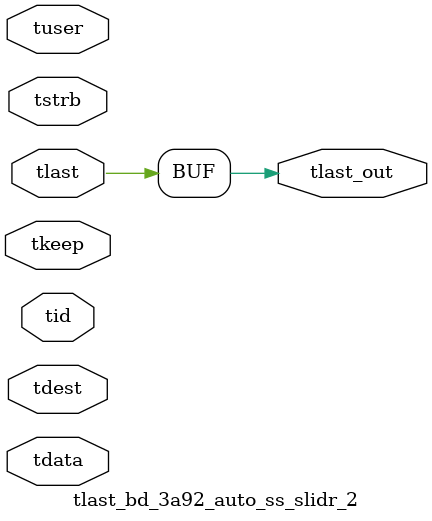
<source format=v>


`timescale 1ps/1ps

module tlast_bd_3a92_auto_ss_slidr_2 #
(
parameter C_S_AXIS_TID_WIDTH   = 1,
parameter C_S_AXIS_TUSER_WIDTH = 0,
parameter C_S_AXIS_TDATA_WIDTH = 0,
parameter C_S_AXIS_TDEST_WIDTH = 0
)
(
input  [(C_S_AXIS_TID_WIDTH   == 0 ? 1 : C_S_AXIS_TID_WIDTH)-1:0       ] tid,
input  [(C_S_AXIS_TDATA_WIDTH == 0 ? 1 : C_S_AXIS_TDATA_WIDTH)-1:0     ] tdata,
input  [(C_S_AXIS_TUSER_WIDTH == 0 ? 1 : C_S_AXIS_TUSER_WIDTH)-1:0     ] tuser,
input  [(C_S_AXIS_TDEST_WIDTH == 0 ? 1 : C_S_AXIS_TDEST_WIDTH)-1:0     ] tdest,
input  [(C_S_AXIS_TDATA_WIDTH/8)-1:0 ] tkeep,
input  [(C_S_AXIS_TDATA_WIDTH/8)-1:0 ] tstrb,
input  [0:0]                                                             tlast,
output                                                                   tlast_out
);

assign tlast_out = {tlast};

endmodule


</source>
